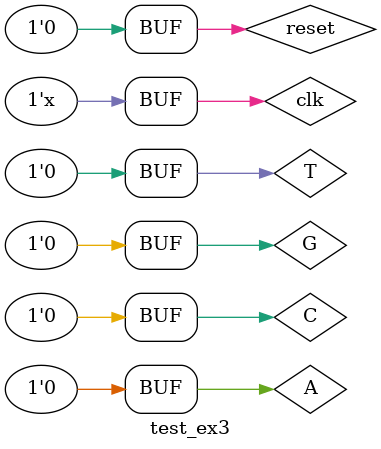
<source format=v>
`timescale 1ns / 1ps

module test_ex3;

        // Inputs
        reg A;
        reg G;
        reg C;
        reg T;
        reg reset;
        reg clk;

        // Outputs
        wire mutant;
        wire super_mutant;

        // Instantiate the Unit Under Test (UUT)
        ex3 uut (
                .mutant(mutant),
                .super_mutant(super_mutant),
                .A(A),
                .G(G),
                .C(C),
                .T(T),
                .reset(reset),
                .clk(clk)
        );

        always begin
            #10 clk = ~clk;
        end

        initial begin
                // Initialize Inputs
                A = 0;
                G = 0;
                C = 0;
                T = 0;
                reset = 1;
                clk = 0;

                // Wait 100 ns for global reset to finish
                #100;

                // Add stimulus here
                reset = 0;

                #10 G = 1; #90 G = 0;
                #30 G = 1; #90 G = 0;
                #30 T = 1; #90 T = 0;
                #30 C = 1; #90 C = 0;
                #30 A = 1; #90 A = 0;
                #30 G = 1; #90 G = 0;
        end
endmodule

</source>
